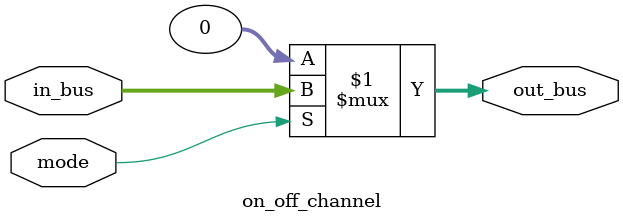
<source format=v>
`timescale 1ns / 1ps


module on_off_channel(
    input [31:0] in_bus,
    input mode,
    
    output [31:0] out_bus
    );

assign out_bus = mode ? in_bus : 0;
    
endmodule

</source>
